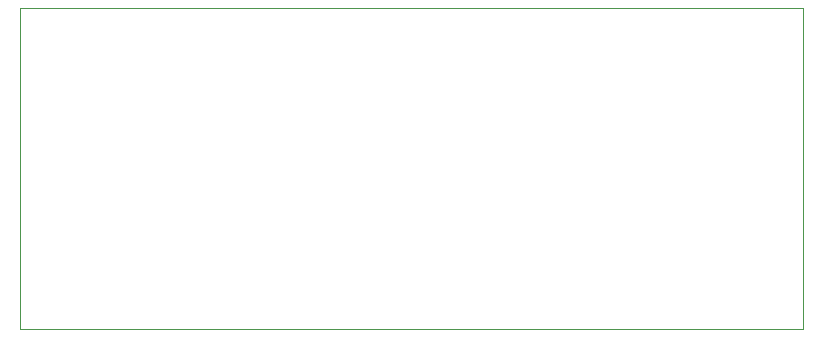
<source format=gbr>
%TF.GenerationSoftware,KiCad,Pcbnew,5.1.5+dfsg1-2build2*%
%TF.CreationDate,2021-12-28T20:55:31+01:00*%
%TF.ProjectId,Exousia,45786f75-7369-4612-9e6b-696361645f70,rev?*%
%TF.SameCoordinates,Original*%
%TF.FileFunction,Profile,NP*%
%FSLAX46Y46*%
G04 Gerber Fmt 4.6, Leading zero omitted, Abs format (unit mm)*
G04 Created by KiCad (PCBNEW 5.1.5+dfsg1-2build2) date 2021-12-28 20:55:31*
%MOMM*%
%LPD*%
G04 APERTURE LIST*
%TA.AperFunction,Profile*%
%ADD10C,0.050000*%
%TD*%
G04 APERTURE END LIST*
D10*
X195834000Y-143002000D02*
X129540000Y-143002000D01*
X195834000Y-170180000D02*
X195834000Y-143002000D01*
X129540000Y-170180000D02*
X195834000Y-170180000D01*
X129540000Y-169926000D02*
X129540000Y-170180000D01*
X129540000Y-143002000D02*
X129540000Y-169926000D01*
M02*

</source>
